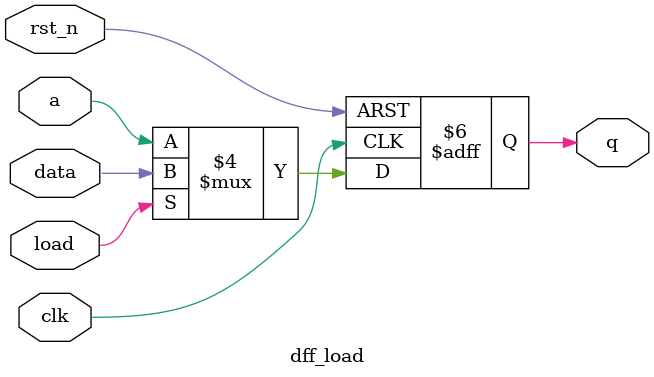
<source format=v>

module dff_load (
    clk,
    rst_n,
    load,
    data,
    a,
    q
);
    input  clk ;
    input  rst_n ;
    input  load,data,a ;
    output q ;
    reg q;

    always @(posedge clk or negedge rst_n) begin
        if (~rst_n) begin
            q<=1'b0;
        end else if (load) begin
            q<=data;
        end else begin
            q<=a;
        end
    end
endmodule
</source>
